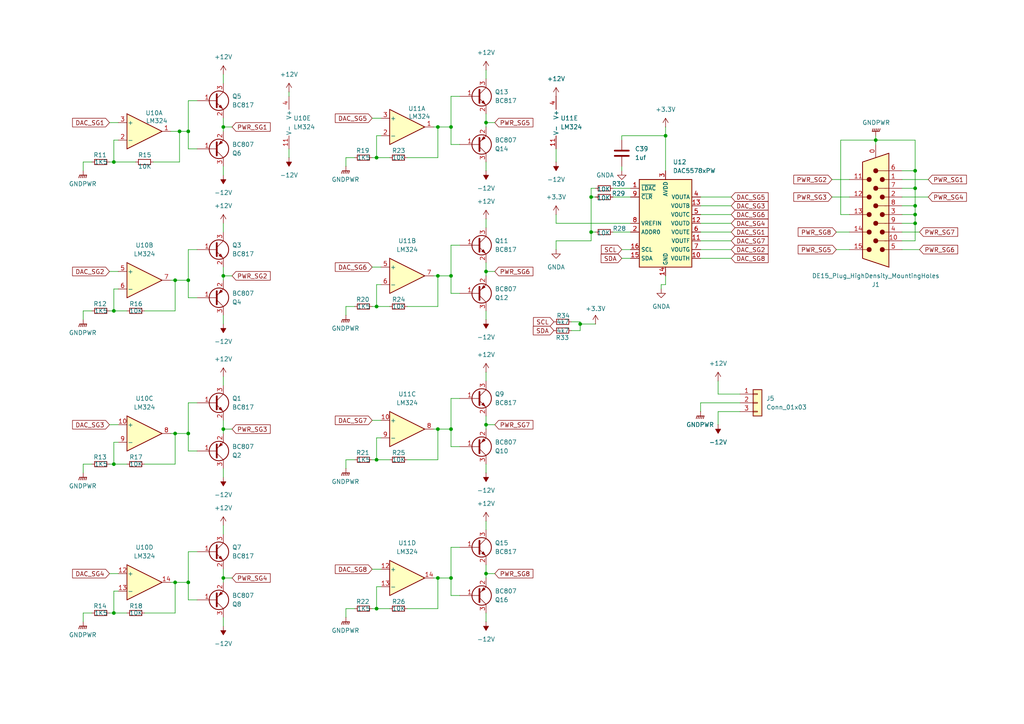
<source format=kicad_sch>
(kicad_sch (version 20231120) (generator "eeschema") (generator_version "8.0")
  (paper "A4")
  (lib_symbols
    (symbol "Amplifier_Operational:LM324" (pin_names (offset 0.127))
      (property "Reference" "U" (at 0 5.08 0))
      (property "Value" "LM324" (at 0 -5.08 0))
      (symbol "LM324_1_1"
        (pin output line (at 7.62 0 180) (length 2.54) (name "~") (number "1"))
        (pin input line (at -7.62 -2.54 0) (length 2.54) (name "-") (number "2"))
        (pin input line (at -7.62 2.54 0) (length 2.54) (name "+") (number "3"))
      )
      (symbol "LM324_2_1"
        (pin input line (at -7.62 2.54 0) (length 2.54) (name "+") (number "5"))
        (pin input line (at -7.62 -2.54 0) (length 2.54) (name "-") (number "6"))
        (pin output line (at 7.62 0 180) (length 2.54) (name "~") (number "7"))
      )
      (symbol "LM324_3_1"
        (pin input line (at -7.62 2.54 0) (length 2.54) (name "+") (number "10"))
        (pin output line (at 7.62 0 180) (length 2.54) (name "~") (number "8"))
        (pin input line (at -7.62 -2.54 0) (length 2.54) (name "-") (number "9"))
      )
      (symbol "LM324_4_1"
        (pin input line (at -7.62 2.54 0) (length 2.54) (name "+") (number "12"))
        (pin input line (at -7.62 -2.54 0) (length 2.54) (name "-") (number "13"))
        (pin output line (at 7.62 0 180) (length 2.54) (name "~") (number "14"))
      )
      (symbol "LM324_5_1"
        (pin power_in line (at -2.54 -7.62 90) (length 3.81) (name "V-") (number "11"))
        (pin power_in line (at -2.54 7.62 270) (length 3.81) (name "V+") (number "4"))
      )
    )
    (symbol "Analog_DAC:DAC5578xPW"
      (property "Reference" "U" (at -7.62 13.97 0))
      (property "Value" "DAC5578xPW" (at 7.62 13.97 0))
      (symbol "DAC5578xPW_1_1"
        (pin input line (at -10.16 10.16 0) (length 2.54) (name "~{LDAC}") (number "1"))
        (pin output line (at 10.16 -10.16 180) (length 2.54) (name "VOUTH") (number "10"))
        (pin output line (at 10.16 -5.08 180) (length 2.54) (name "VOUTF") (number "11"))
        (pin output line (at 10.16 0 180) (length 2.54) (name "VOUTD") (number "12"))
        (pin output line (at 10.16 5.08 180) (length 2.54) (name "VOUTB") (number "13"))
        (pin power_in line (at 0 -15.24 90) (length 2.54) (name "GND") (number "14"))
        (pin bidirectional line (at -10.16 -10.16 0) (length 2.54) (name "SDA") (number "15"))
        (pin input line (at -10.16 -7.62 0) (length 2.54) (name "SCL") (number "16"))
        (pin input line (at -10.16 -2.54 0) (length 2.54) (name "ADDR0") (number "2"))
        (pin power_in line (at 0 15.24 270) (length 2.54) (name "AVDD") (number "3"))
        (pin output line (at 10.16 7.62 180) (length 2.54) (name "VOUTA") (number "4"))
        (pin output line (at 10.16 2.54 180) (length 2.54) (name "VOUTC") (number "5"))
        (pin output line (at 10.16 -2.54 180) (length 2.54) (name "VOUTE") (number "6"))
        (pin output line (at 10.16 -7.62 180) (length 2.54) (name "VOUTG") (number "7"))
        (pin input line (at -10.16 0 0) (length 2.54) (name "VREFIN") (number "8"))
        (pin input line (at -10.16 7.62 0) (length 2.54) (name "~{CLR}") (number "9"))
      )
    )
    (symbol "Connector:DE15_Plug_HighDensity_MountingHoles" (pin_names (offset 1.016) hide)
      (property "Reference" "J" (at 0 21.59 0))
      (property "Value" "DE15_Plug_HighDensity_MountingHoles" (at 0 19.05 0))
      (symbol "DE15_Plug_HighDensity_MountingHoles_1_1"
        (pin passive line (at 0 -17.78 90) (length 3.81) (name "~") (number "0"))
        (pin passive line (at -7.62 -7.62 0) (length 5.08) (name "~") (number "1"))
        (pin passive line (at -7.62 10.16 0) (length 5.08) (name "~") (number "10"))
        (pin passive line (at 7.62 -7.62 180) (length 5.08) (name "~") (number "11"))
        (pin passive line (at 7.62 -2.54 180) (length 5.08) (name "~") (number "12"))
        (pin passive line (at 7.62 2.54 180) (length 5.08) (name "~") (number "13"))
        (pin passive line (at 7.62 7.62 180) (length 5.08) (name "~") (number "14"))
        (pin passive line (at 7.62 12.7 180) (length 5.08) (name "~") (number "15"))
        (pin passive line (at -7.62 -2.54 0) (length 5.08) (name "~") (number "2"))
        (pin passive line (at -7.62 2.54 0) (length 5.08) (name "~") (number "3"))
        (pin passive line (at -7.62 7.62 0) (length 5.08) (name "~") (number "4"))
        (pin passive line (at -7.62 12.7 0) (length 5.08) (name "~") (number "5"))
        (pin passive line (at -7.62 -10.16 0) (length 5.08) (name "~") (number "6"))
        (pin passive line (at -7.62 -5.08 0) (length 5.08) (name "~") (number "7"))
        (pin passive line (at -7.62 0 0) (length 5.08) (name "~") (number "8"))
        (pin passive line (at -7.62 5.08 0) (length 5.08) (name "~") (number "9"))
      )
    )
    (symbol "Connector_Generic:Conn_01x03" (pin_names (offset 1.016) hide)
      (property "Reference" "J" (at 0 5.08 0))
      (property "Value" "Conn_01x03" (at 0 -5.08 0))
      (symbol "Conn_01x03_1_1"
        (pin passive line (at -5.08 2.54 0) (length 3.81) (name "Pin_1") (number "1"))
        (pin passive line (at -5.08 0 0) (length 3.81) (name "Pin_2") (number "2"))
        (pin passive line (at -5.08 -2.54 0) (length 3.81) (name "Pin_3") (number "3"))
      )
    )
    (symbol "Device:C" (pin_numbers hide) (pin_names (offset 0.254))
      (property "Reference" "C" (at 0.635 2.54 0))
      (property "Value" "C" (at 0.635 -2.54 0))
      (symbol "C_1_1"
        (pin passive line (at 0 3.81 270) (length 2.794) (name "~") (number "1"))
        (pin passive line (at 0 -3.81 90) (length 2.794) (name "~") (number "2"))
      )
    )
    (symbol "Device:R_Small" (pin_numbers hide) (pin_names (offset 0.254) hide)
      (property "Reference" "R" (at 0.762 0.508 0))
      (property "Value" "R_Small" (at 0.762 -1.016 0))
      (symbol "R_Small_1_1"
        (pin passive line (at 0 2.54 270) (length 0.762) (name "~") (number "1"))
        (pin passive line (at 0 -2.54 90) (length 0.762) (name "~") (number "2"))
      )
    )
    (symbol "Transistor_BJT:BC807" (pin_names (offset 0) hide)
      (property "Reference" "Q" (at 5.08 1.905 0))
      (property "Value" "BC807" (at 5.08 0 0))
      (symbol "BC807_1_1"
        (pin input line (at -5.08 0 0) (length 5.715) (name "B") (number "1"))
        (pin passive line (at 2.54 -5.08 90) (length 2.54) (name "E") (number "2"))
        (pin passive line (at 2.54 5.08 270) (length 2.54) (name "C") (number "3"))
      )
    )
    (symbol "Transistor_BJT:BC817" (pin_names (offset 0) hide)
      (property "Reference" "Q" (at 5.08 1.905 0))
      (property "Value" "BC817" (at 5.08 0 0))
      (symbol "BC817_1_1"
        (pin input line (at -5.08 0 0) (length 5.715) (name "B") (number "1"))
        (pin passive line (at 2.54 -5.08 90) (length 2.54) (name "E") (number "2"))
        (pin passive line (at 2.54 5.08 270) (length 2.54) (name "C") (number "3"))
      )
    )
    (symbol "power:+12V" (power) (pin_numbers hide) (pin_names (offset 0) hide)
      (property "Value" "+12V" (at 0 3.556 0))
      (symbol "+12V_1_1"
        (pin power_in line (at 0 0 90) (length 0) (name "~") (number "1"))
      )
    )
    (symbol "power:+3.3V" (power) (pin_numbers hide) (pin_names (offset 0) hide)
      (property "Value" "+3.3V" (at 0 3.556 0))
      (symbol "+3.3V_1_1"
        (pin power_in line (at 0 0 90) (length 0) (name "~") (number "1"))
      )
    )
    (symbol "power:-12V" (power) (pin_numbers hide) (pin_names (offset 0) hide)
      (property "Value" "-12V" (at 0 3.556 0))
      (symbol "-12V_0_0"
        (pin power_in line (at 0 0 90) (length 0) (name "~") (number "1"))
      )
    )
    (symbol "power:GNDA" (power) (pin_numbers hide) (pin_names (offset 0) hide)
      (property "Value" "GNDA" (at 0 -3.81 0))
      (symbol "GNDA_1_1"
        (pin power_in line (at 0 0 270) (length 0) (name "~") (number "1"))
      )
    )
    (symbol "power:GNDPWR" (power) (pin_numbers hide) (pin_names (offset 0) hide)
      (property "Value" "GNDPWR" (at 0 -3.302 0))
      (symbol "GNDPWR_1_1"
        (pin power_in line (at 0 0 270) (length 0) (name "~") (number "1"))
      )
    )
  )
  (junction (at 54.61 38.1))
  (junction (at 140.97 166.37))
  (junction (at 140.97 78.74))
  (junction (at 33.02 134.62))
  (junction (at 64.77 167.64))
  (junction (at 265.43 64.77))
  (junction (at 130.81 124.46))
  (junction (at 265.43 62.23))
  (junction (at 64.77 80.01))
  (junction (at 265.43 49.53))
  (junction (at 54.61 168.91))
  (junction (at 50.8 125.73))
  (junction (at 109.22 176.53))
  (junction (at 64.77 124.46))
  (junction (at 109.22 133.35))
  (junction (at 33.02 90.17))
  (junction (at 54.61 125.73))
  (junction (at 50.8 168.91))
  (junction (at 127 80.01))
  (junction (at 193.04 39.37))
  (junction (at 127 36.83))
  (junction (at 130.81 80.01))
  (junction (at 171.45 57.15))
  (junction (at 109.22 45.72))
  (junction (at 254 40.64))
  (junction (at 127 167.64))
  (junction (at 171.45 67.31))
  (junction (at 33.02 177.8))
  (junction (at 33.02 46.99))
  (junction (at 50.8 81.28))
  (junction (at 265.43 59.69))
  (junction (at 140.97 123.19))
  (junction (at 64.77 36.83))
  (junction (at 130.81 167.64))
  (junction (at 130.81 36.83))
  (junction (at 168.275 93.98))
  (junction (at 265.43 54.61))
  (junction (at 109.22 88.9))
  (junction (at 54.61 81.28))
  (junction (at 52.07 38.1))
  (junction (at 140.97 35.56))
  (junction (at 127 124.46))
  (wire (pts (xy 100.33 135.89) (xy 100.33 133.35)))
  (wire (pts (xy 241.3 52.07) (xy 246.38 52.07)))
  (wire (pts (xy 130.81 27.94) (xy 130.81 36.83)))
  (wire (pts (xy 50.8 125.73) (xy 50.8 134.62)))
  (wire (pts (xy 140.97 35.56) (xy 143.51 35.56)))
  (wire (pts (xy 54.61 125.73) (xy 54.61 130.81)))
  (wire (pts (xy 24.13 49.53) (xy 24.13 46.99)))
  (wire (pts (xy 127 167.64) (xy 127 176.53)))
  (wire (pts (xy 24.13 46.99) (xy 26.67 46.99)))
  (wire (pts (xy 50.8 168.91) (xy 50.8 177.8)))
  (wire (pts (xy 265.43 59.69) (xy 265.43 62.23)))
  (wire (pts (xy 44.45 46.99) (xy 52.07 46.99)))
  (wire (pts (xy 109.22 45.72) (xy 113.03 45.72)))
  (wire (pts (xy 140.97 120.65) (xy 140.97 123.19)))
  (wire (pts (xy 140.97 35.56) (xy 140.97 36.83)))
  (wire (pts (xy 24.13 180.34) (xy 24.13 177.8)))
  (wire (pts (xy 64.77 21.59) (xy 64.77 24.13)))
  (wire (pts (xy 107.95 133.35) (xy 109.22 133.35)))
  (wire (pts (xy 177.8 54.61) (xy 182.88 54.61)))
  (wire (pts (xy 57.15 29.21) (xy 54.61 29.21)))
  (wire (pts (xy 31.75 78.74) (xy 34.29 78.74)))
  (wire (pts (xy 109.22 176.53) (xy 113.03 176.53)))
  (wire (pts (xy 54.61 81.28) (xy 54.61 86.36)))
  (wire (pts (xy 265.43 40.64) (xy 254 40.64)))
  (wire (pts (xy 33.02 128.27) (xy 33.02 134.62)))
  (wire (pts (xy 50.8 168.91) (xy 54.61 168.91)))
  (wire (pts (xy 140.97 78.74) (xy 143.51 78.74)))
  (wire (pts (xy 125.73 36.83) (xy 127 36.83)))
  (wire (pts (xy 41.91 177.8) (xy 50.8 177.8)))
  (wire (pts (xy 265.43 49.53) (xy 265.43 40.64)))
  (wire (pts (xy 242.57 72.39) (xy 246.38 72.39)))
  (wire (pts (xy 127 124.46) (xy 130.81 124.46)))
  (wire (pts (xy 254 39.37) (xy 254 40.64)))
  (wire (pts (xy 265.43 54.61) (xy 265.43 59.69)))
  (wire (pts (xy 64.77 34.29) (xy 64.77 36.83)))
  (wire (pts (xy 24.13 92.71) (xy 24.13 90.17)))
  (wire (pts (xy 161.29 43.18) (xy 161.29 46.99)))
  (wire (pts (xy 100.33 176.53) (xy 102.87 176.53)))
  (wire (pts (xy 57.15 160.02) (xy 54.61 160.02)))
  (wire (pts (xy 54.61 43.18) (xy 57.15 43.18)))
  (wire (pts (xy 33.02 171.45) (xy 33.02 177.8)))
  (wire (pts (xy 140.97 123.19) (xy 140.97 124.46)))
  (wire (pts (xy 54.61 86.36) (xy 57.15 86.36)))
  (wire (pts (xy 177.8 67.31) (xy 182.88 67.31)))
  (wire (pts (xy 203.2 64.77) (xy 212.09 64.77)))
  (wire (pts (xy 52.07 38.1) (xy 52.07 46.99)))
  (wire (pts (xy 127 124.46) (xy 127 133.35)))
  (wire (pts (xy 171.45 67.31) (xy 171.45 69.85)))
  (wire (pts (xy 140.97 107.95) (xy 140.97 110.49)))
  (wire (pts (xy 110.49 170.18) (xy 109.22 170.18)))
  (wire (pts (xy 130.81 172.72) (xy 133.35 172.72)))
  (wire (pts (xy 203.2 119.38) (xy 203.2 116.84)))
  (wire (pts (xy 140.97 177.8) (xy 140.97 180.34)))
  (wire (pts (xy 31.75 166.37) (xy 34.29 166.37)))
  (wire (pts (xy 83.82 43.18) (xy 83.82 45.72)))
  (wire (pts (xy 165.735 95.885) (xy 168.275 95.885)))
  (wire (pts (xy 64.77 48.26) (xy 64.77 50.8)))
  (wire (pts (xy 33.02 90.17) (xy 36.83 90.17)))
  (wire (pts (xy 265.43 59.69) (xy 261.62 59.69)))
  (wire (pts (xy 243.84 62.23) (xy 246.38 62.23)))
  (wire (pts (xy 33.02 83.82) (xy 33.02 90.17)))
  (wire (pts (xy 193.04 36.83) (xy 193.04 39.37)))
  (wire (pts (xy 203.2 62.23) (xy 212.09 62.23)))
  (wire (pts (xy 261.62 64.77) (xy 265.43 64.77)))
  (wire (pts (xy 208.28 110.49) (xy 208.28 114.3)))
  (wire (pts (xy 203.2 74.93) (xy 212.09 74.93)))
  (wire (pts (xy 107.95 88.9) (xy 109.22 88.9)))
  (wire (pts (xy 52.07 38.1) (xy 54.61 38.1)))
  (wire (pts (xy 64.77 36.83) (xy 67.31 36.83)))
  (wire (pts (xy 64.77 124.46) (xy 64.77 125.73)))
  (wire (pts (xy 130.81 71.12) (xy 130.81 80.01)))
  (wire (pts (xy 34.29 83.82) (xy 33.02 83.82)))
  (wire (pts (xy 208.28 114.3) (xy 214.63 114.3)))
  (wire (pts (xy 50.8 125.73) (xy 54.61 125.73)))
  (wire (pts (xy 265.43 69.85) (xy 261.62 69.85)))
  (wire (pts (xy 180.34 39.37) (xy 193.04 39.37)))
  (wire (pts (xy 54.61 173.99) (xy 57.15 173.99)))
  (wire (pts (xy 64.77 165.1) (xy 64.77 167.64)))
  (wire (pts (xy 107.95 165.1) (xy 110.49 165.1)))
  (wire (pts (xy 193.04 39.37) (xy 193.04 49.53)))
  (wire (pts (xy 127 167.64) (xy 130.81 167.64)))
  (wire (pts (xy 243.84 40.64) (xy 243.84 62.23)))
  (wire (pts (xy 130.81 41.91) (xy 133.35 41.91)))
  (wire (pts (xy 107.95 45.72) (xy 109.22 45.72)))
  (wire (pts (xy 261.62 49.53) (xy 265.43 49.53)))
  (wire (pts (xy 180.34 39.37) (xy 180.34 40.64)))
  (wire (pts (xy 172.72 54.61) (xy 171.45 54.61)))
  (wire (pts (xy 31.75 46.99) (xy 33.02 46.99)))
  (wire (pts (xy 109.22 88.9) (xy 113.03 88.9)))
  (wire (pts (xy 118.11 176.53) (xy 127 176.53)))
  (wire (pts (xy 241.3 57.15) (xy 246.38 57.15)))
  (wire (pts (xy 109.22 170.18) (xy 109.22 176.53)))
  (wire (pts (xy 208.28 119.38) (xy 214.63 119.38)))
  (wire (pts (xy 168.275 93.98) (xy 168.275 93.345)))
  (wire (pts (xy 49.53 81.28) (xy 50.8 81.28)))
  (wire (pts (xy 54.61 160.02) (xy 54.61 168.91)))
  (wire (pts (xy 54.61 38.1) (xy 54.61 43.18)))
  (wire (pts (xy 50.8 81.28) (xy 50.8 90.17)))
  (wire (pts (xy 127 80.01) (xy 130.81 80.01)))
  (wire (pts (xy 130.81 36.83) (xy 130.81 41.91)))
  (wire (pts (xy 41.91 134.62) (xy 50.8 134.62)))
  (wire (pts (xy 33.02 46.99) (xy 39.37 46.99)))
  (wire (pts (xy 57.15 72.39) (xy 54.61 72.39)))
  (wire (pts (xy 24.13 90.17) (xy 26.67 90.17)))
  (wire (pts (xy 100.33 88.9) (xy 102.87 88.9)))
  (wire (pts (xy 64.77 80.01) (xy 67.31 80.01)))
  (wire (pts (xy 127 80.01) (xy 127 88.9)))
  (wire (pts (xy 31.75 35.56) (xy 34.29 35.56)))
  (wire (pts (xy 193.04 80.01) (xy 193.04 82.55)))
  (wire (pts (xy 243.84 40.64) (xy 254 40.64)))
  (wire (pts (xy 130.81 80.01) (xy 130.81 85.09)))
  (wire (pts (xy 64.77 152.4) (xy 64.77 154.94)))
  (wire (pts (xy 203.2 59.69) (xy 212.09 59.69)))
  (wire (pts (xy 125.73 124.46) (xy 127 124.46)))
  (wire (pts (xy 33.02 40.64) (xy 33.02 46.99)))
  (wire (pts (xy 161.29 64.77) (xy 161.29 62.23)))
  (wire (pts (xy 100.33 133.35) (xy 102.87 133.35)))
  (wire (pts (xy 118.11 88.9) (xy 127 88.9)))
  (wire (pts (xy 127 36.83) (xy 130.81 36.83)))
  (wire (pts (xy 261.62 54.61) (xy 265.43 54.61)))
  (wire (pts (xy 140.97 90.17) (xy 140.97 92.71)))
  (wire (pts (xy 64.77 36.83) (xy 64.77 38.1)))
  (wire (pts (xy 261.62 52.07) (xy 269.24 52.07)))
  (wire (pts (xy 100.33 48.26) (xy 100.33 45.72)))
  (wire (pts (xy 33.02 177.8) (xy 36.83 177.8)))
  (wire (pts (xy 133.35 71.12) (xy 130.81 71.12)))
  (wire (pts (xy 203.2 69.85) (xy 212.09 69.85)))
  (wire (pts (xy 265.43 62.23) (xy 265.43 64.77)))
  (wire (pts (xy 31.75 90.17) (xy 33.02 90.17)))
  (wire (pts (xy 130.81 115.57) (xy 130.81 124.46)))
  (wire (pts (xy 140.97 163.83) (xy 140.97 166.37)))
  (wire (pts (xy 64.77 124.46) (xy 67.31 124.46)))
  (wire (pts (xy 130.81 129.54) (xy 133.35 129.54)))
  (wire (pts (xy 191.77 82.55) (xy 191.77 83.82)))
  (wire (pts (xy 24.13 177.8) (xy 26.67 177.8)))
  (wire (pts (xy 180.34 72.39) (xy 182.88 72.39)))
  (wire (pts (xy 64.77 109.22) (xy 64.77 111.76)))
  (wire (pts (xy 265.43 49.53) (xy 265.43 54.61)))
  (wire (pts (xy 110.49 82.55) (xy 109.22 82.55)))
  (wire (pts (xy 177.8 57.15) (xy 182.88 57.15)))
  (wire (pts (xy 54.61 116.84) (xy 54.61 125.73)))
  (wire (pts (xy 31.75 134.62) (xy 33.02 134.62)))
  (wire (pts (xy 191.77 82.55) (xy 193.04 82.55)))
  (wire (pts (xy 100.33 179.07) (xy 100.33 176.53)))
  (wire (pts (xy 140.97 46.99) (xy 140.97 49.53)))
  (wire (pts (xy 203.2 116.84) (xy 214.63 116.84)))
  (wire (pts (xy 64.77 167.64) (xy 64.77 168.91)))
  (wire (pts (xy 64.77 77.47) (xy 64.77 80.01)))
  (wire (pts (xy 125.73 167.64) (xy 127 167.64)))
  (wire (pts (xy 140.97 134.62) (xy 140.97 137.16)))
  (wire (pts (xy 54.61 130.81) (xy 57.15 130.81)))
  (wire (pts (xy 64.77 80.01) (xy 64.77 81.28)))
  (wire (pts (xy 140.97 20.32) (xy 140.97 22.86)))
  (wire (pts (xy 125.73 80.01) (xy 127 80.01)))
  (wire (pts (xy 54.61 29.21) (xy 54.61 38.1)))
  (wire (pts (xy 107.95 77.47) (xy 110.49 77.47)))
  (wire (pts (xy 83.82 26.67) (xy 83.82 27.94)))
  (wire (pts (xy 54.61 168.91) (xy 54.61 173.99)))
  (wire (pts (xy 180.34 48.26) (xy 180.34 49.53)))
  (wire (pts (xy 140.97 63.5) (xy 140.97 66.04)))
  (wire (pts (xy 140.97 151.13) (xy 140.97 153.67)))
  (wire (pts (xy 180.34 74.93) (xy 182.88 74.93)))
  (wire (pts (xy 109.22 82.55) (xy 109.22 88.9)))
  (wire (pts (xy 109.22 127) (xy 109.22 133.35)))
  (wire (pts (xy 130.81 85.09) (xy 133.35 85.09)))
  (wire (pts (xy 31.75 177.8) (xy 33.02 177.8)))
  (wire (pts (xy 168.275 93.98) (xy 168.275 95.885)))
  (wire (pts (xy 57.15 116.84) (xy 54.61 116.84)))
  (wire (pts (xy 242.57 67.31) (xy 246.38 67.31)))
  (wire (pts (xy 34.29 40.64) (xy 33.02 40.64)))
  (wire (pts (xy 24.13 134.62) (xy 26.67 134.62)))
  (wire (pts (xy 100.33 91.44) (xy 100.33 88.9)))
  (wire (pts (xy 107.95 176.53) (xy 109.22 176.53)))
  (wire (pts (xy 109.22 39.37) (xy 109.22 45.72)))
  (wire (pts (xy 64.77 167.64) (xy 67.31 167.64)))
  (wire (pts (xy 261.62 72.39) (xy 266.7 72.39)))
  (wire (pts (xy 168.275 93.98) (xy 172.72 93.98)))
  (wire (pts (xy 34.29 128.27) (xy 33.02 128.27)))
  (wire (pts (xy 49.53 125.73) (xy 50.8 125.73)))
  (wire (pts (xy 49.53 38.1) (xy 52.07 38.1)))
  (wire (pts (xy 130.81 158.75) (xy 130.81 167.64)))
  (wire (pts (xy 182.88 64.77) (xy 161.29 64.77)))
  (wire (pts (xy 261.62 57.15) (xy 269.24 57.15)))
  (wire (pts (xy 140.97 123.19) (xy 143.51 123.19)))
  (wire (pts (xy 203.2 72.39) (xy 212.09 72.39)))
  (wire (pts (xy 34.29 171.45) (xy 33.02 171.45)))
  (wire (pts (xy 64.77 91.44) (xy 64.77 93.98)))
  (wire (pts (xy 165.735 93.345) (xy 168.275 93.345)))
  (wire (pts (xy 31.75 123.19) (xy 34.29 123.19)))
  (wire (pts (xy 118.11 45.72) (xy 127 45.72)))
  (wire (pts (xy 140.97 78.74) (xy 140.97 80.01)))
  (wire (pts (xy 208.28 123.19) (xy 208.28 119.38)))
  (wire (pts (xy 133.35 158.75) (xy 130.81 158.75)))
  (wire (pts (xy 110.49 39.37) (xy 109.22 39.37)))
  (wire (pts (xy 133.35 27.94) (xy 130.81 27.94)))
  (wire (pts (xy 50.8 81.28) (xy 54.61 81.28)))
  (wire (pts (xy 140.97 166.37) (xy 140.97 167.64)))
  (wire (pts (xy 64.77 64.77) (xy 64.77 67.31)))
  (wire (pts (xy 24.13 137.16) (xy 24.13 134.62)))
  (wire (pts (xy 171.45 67.31) (xy 172.72 67.31)))
  (wire (pts (xy 140.97 76.2) (xy 140.97 78.74)))
  (wire (pts (xy 261.62 67.31) (xy 266.7 67.31)))
  (wire (pts (xy 64.77 135.89) (xy 64.77 138.43)))
  (wire (pts (xy 203.2 57.15) (xy 212.09 57.15)))
  (wire (pts (xy 140.97 33.02) (xy 140.97 35.56)))
  (wire (pts (xy 265.43 64.77) (xy 265.43 69.85)))
  (wire (pts (xy 171.45 54.61) (xy 171.45 57.15)))
  (wire (pts (xy 54.61 72.39) (xy 54.61 81.28)))
  (wire (pts (xy 107.95 34.29) (xy 110.49 34.29)))
  (wire (pts (xy 133.35 115.57) (xy 130.81 115.57)))
  (wire (pts (xy 161.29 69.85) (xy 161.29 72.39)))
  (wire (pts (xy 64.77 121.92) (xy 64.77 124.46)))
  (wire (pts (xy 100.33 45.72) (xy 102.87 45.72)))
  (wire (pts (xy 171.45 57.15) (xy 171.45 67.31)))
  (wire (pts (xy 140.97 166.37) (xy 143.51 166.37)))
  (wire (pts (xy 127 36.83) (xy 127 45.72)))
  (wire (pts (xy 203.2 67.31) (xy 212.09 67.31)))
  (wire (pts (xy 254 41.91) (xy 254 40.64)))
  (wire (pts (xy 161.29 69.85) (xy 171.45 69.85)))
  (wire (pts (xy 107.95 121.92) (xy 110.49 121.92)))
  (wire (pts (xy 130.81 124.46) (xy 130.81 129.54)))
  (wire (pts (xy 41.91 90.17) (xy 50.8 90.17)))
  (wire (pts (xy 172.72 57.15) (xy 171.45 57.15)))
  (wire (pts (xy 33.02 134.62) (xy 36.83 134.62)))
  (wire (pts (xy 110.49 127) (xy 109.22 127)))
  (wire (pts (xy 49.53 168.91) (xy 50.8 168.91)))
  (wire (pts (xy 130.81 167.64) (xy 130.81 172.72)))
  (wire (pts (xy 118.11 133.35) (xy 127 133.35)))
  (wire (pts (xy 261.62 62.23) (xy 265.43 62.23)))
  (wire (pts (xy 64.77 179.07) (xy 64.77 181.61)))
  (wire (pts (xy 109.22 133.35) (xy 113.03 133.35)))
  (global_label "PWR_SG3" (shape input) (at 67.31 124.46 0) (property "Intersheetrefs" "${INTERSHEET_REFS}" (effects (hide yes))))
  (global_label "SCL" (shape input) (at 160.655 93.345 180) (property "Intersheetrefs" "${INTERSHEET_REFS}" (effects (hide yes))))
  (global_label "PWR_SG8" (shape input) (at 143.51 166.37 0) (property "Intersheetrefs" "${INTERSHEET_REFS}" (effects (hide yes))))
  (global_label "PWR_SG1" (shape input) (at 269.24 52.07 0) (property "Intersheetrefs" "${INTERSHEET_REFS}" (effects (hide yes))))
  (global_label "PWR_SG4" (shape input) (at 269.24 57.15 0) (property "Intersheetrefs" "${INTERSHEET_REFS}" (effects (hide yes))))
  (global_label "DAC_SG8" (shape input) (at 212.09 74.93 0) (property "Intersheetrefs" "${INTERSHEET_REFS}" (effects (hide yes))))
  (global_label "DAC_SG7" (shape input) (at 212.09 69.85 0) (property "Intersheetrefs" "${INTERSHEET_REFS}" (effects (hide yes))))
  (global_label "PWR_SG5" (shape input) (at 242.57 72.39 180) (property "Intersheetrefs" "${INTERSHEET_REFS}" (effects (hide yes))))
  (global_label "PWR_SG5" (shape input) (at 143.51 35.56 0) (property "Intersheetrefs" "${INTERSHEET_REFS}" (effects (hide yes))))
  (global_label "SCL" (shape input) (at 180.34 72.39 180) (property "Intersheetrefs" "${INTERSHEET_REFS}" (effects (hide yes))))
  (global_label "PWR_SG1" (shape input) (at 67.31 36.83 0) (property "Intersheetrefs" "${INTERSHEET_REFS}" (effects (hide yes))))
  (global_label "PWR_SG4" (shape input) (at 67.31 167.64 0) (property "Intersheetrefs" "${INTERSHEET_REFS}" (effects (hide yes))))
  (global_label "SDA" (shape input) (at 180.34 74.93 180) (property "Intersheetrefs" "${INTERSHEET_REFS}" (effects (hide yes))))
  (global_label "PWR_SG7" (shape input) (at 266.7 67.31 0) (property "Intersheetrefs" "${INTERSHEET_REFS}" (effects (hide yes))))
  (global_label "DAC_SG7" (shape input) (at 107.95 121.92 180) (property "Intersheetrefs" "${INTERSHEET_REFS}" (effects (hide yes))))
  (global_label "PWR_SG6" (shape input) (at 266.7 72.39 0) (property "Intersheetrefs" "${INTERSHEET_REFS}" (effects (hide yes))))
  (global_label "DAC_SG1" (shape input) (at 31.75 35.56 180) (property "Intersheetrefs" "${INTERSHEET_REFS}" (effects (hide yes))))
  (global_label "PWR_SG7" (shape input) (at 143.51 123.19 0) (property "Intersheetrefs" "${INTERSHEET_REFS}" (effects (hide yes))))
  (global_label "DAC_SG3" (shape input) (at 31.75 123.19 180) (property "Intersheetrefs" "${INTERSHEET_REFS}" (effects (hide yes))))
  (global_label "PWR_SG2" (shape input) (at 67.31 80.01 0) (property "Intersheetrefs" "${INTERSHEET_REFS}" (effects (hide yes))))
  (global_label "SDA" (shape input) (at 160.655 95.885 180) (property "Intersheetrefs" "${INTERSHEET_REFS}" (effects (hide yes))))
  (global_label "PWR_SG8" (shape input) (at 242.57 67.31 180) (property "Intersheetrefs" "${INTERSHEET_REFS}" (effects (hide yes))))
  (global_label "DAC_SG4" (shape input) (at 212.09 64.77 0) (property "Intersheetrefs" "${INTERSHEET_REFS}" (effects (hide yes))))
  (global_label "DAC_SG6" (shape input) (at 107.95 77.47 180) (property "Intersheetrefs" "${INTERSHEET_REFS}" (effects (hide yes))))
  (global_label "DAC_SG1" (shape input) (at 212.09 67.31 0) (property "Intersheetrefs" "${INTERSHEET_REFS}" (effects (hide yes))))
  (global_label "DAC_SG8" (shape input) (at 107.95 165.1 180) (property "Intersheetrefs" "${INTERSHEET_REFS}" (effects (hide yes))))
  (global_label "PWR_SG3" (shape input) (at 241.3 57.15 180) (property "Intersheetrefs" "${INTERSHEET_REFS}" (effects (hide yes))))
  (global_label "DAC_SG5" (shape input) (at 107.95 34.29 180) (property "Intersheetrefs" "${INTERSHEET_REFS}" (effects (hide yes))))
  (global_label "DAC_SG6" (shape input) (at 212.09 62.23 0) (property "Intersheetrefs" "${INTERSHEET_REFS}" (effects (hide yes))))
  (global_label "DAC_SG3" (shape input) (at 212.09 59.69 0) (property "Intersheetrefs" "${INTERSHEET_REFS}" (effects (hide yes))))
  (global_label "DAC_SG4" (shape input) (at 31.75 166.37 180) (property "Intersheetrefs" "${INTERSHEET_REFS}" (effects (hide yes))))
  (global_label "DAC_SG2" (shape input) (at 31.75 78.74 180) (property "Intersheetrefs" "${INTERSHEET_REFS}" (effects (hide yes))))
  (global_label "PWR_SG6" (shape input) (at 143.51 78.74 0) (property "Intersheetrefs" "${INTERSHEET_REFS}" (effects (hide yes))))
  (global_label "DAC_SG5" (shape input) (at 212.09 57.15 0) (property "Intersheetrefs" "${INTERSHEET_REFS}" (effects (hide yes))))
  (global_label "DAC_SG2" (shape input) (at 212.09 72.39 0) (property "Intersheetrefs" "${INTERSHEET_REFS}" (effects (hide yes))))
  (global_label "PWR_SG2" (shape input) (at 241.3 52.07 180) (property "Intersheetrefs" "${INTERSHEET_REFS}" (effects (hide yes))))
  (symbol (lib_id "power:+12V") (at 140.97 63.5 0) (unit 1)
    (property "Reference" "#PWR074" (effects (hide yes)))
    (property "Value" "+12V" (at 140.97 58.42 0))
    (property "Description" "Power symbol creates a global label with name \"+12V\"" (effects (hide yes)))
  )
  (symbol (lib_id "power:-12V") (at 140.97 49.53 180) (unit 1)
    (property "Reference" "#PWR073" (effects (hide yes)))
    (property "Value" "-12V" (at 140.97 54.61 0))
    (property "Description" "Power symbol creates a global label with name \"-12V\"" (effects (hide yes)))
  )
  (symbol (lib_id "Transistor_BJT:BC817") (at 62.23 72.39 0) (unit 1)
    (property "Reference" "Q3" (at 67.31 71.1199 0) (effects (justify left)))
    (property "Value" "BC817" (at 67.31 73.6599 0) (effects (justify left)))
    (property "Footprint" "Package_TO_SOT_SMD:SOT-23" (effects (hide yes)))
    (property "Datasheet" "https://www.onsemi.com/pub/Collateral/BC818-D.pdf" (effects (hide yes)))
    (property "Description" "0.8A Ic, 45V Vce, NPN Transistor, SOT-23" (effects (hide yes)))
  )
  (symbol (lib_id "Device:R_Small") (at 39.37 90.17 270) (unit 1)
    (property "Reference" "R16" (at 41.402 88.138 90) (effects (justify right)))
    (property "Value" "10K" (at 41.402 90.17 90) (effects (justify right)))
    (property "Footprint" "Resistor_SMD:R_0402_1005Metric_Pad0.72x0.64mm_HandSolder" (effects (hide yes)))
  )
  (symbol (lib_id "Amplifier_Operational:LM324") (at 118.11 124.46 0) (unit 3)
    (property "Reference" "U11" (at 118.11 114.3 0))
    (property "Value" "LM324" (at 118.11 116.84 0))
    (property "Footprint" "Package_SO:TSSOP-14_4.4x5mm_P0.65mm" (effects (hide yes)))
    (property "Datasheet" "http://www.ti.com/lit/ds/symlink/lm2902-n.pdf" (effects (hide yes)))
    (property "Description" "Low-Power, Quad-Operational Amplifiers, DIP-14/SOIC-14/SSOP-14" (effects (hide yes)))
  )
  (symbol (lib_id "power:-12V") (at 140.97 137.16 180) (unit 1)
    (property "Reference" "#PWR077" (effects (hide yes)))
    (property "Value" "-12V" (at 140.97 142.24 0))
    (property "Description" "Power symbol creates a global label with name \"-12V\"" (effects (hide yes)))
  )
  (symbol (lib_id "Amplifier_Operational:LM324") (at 118.11 167.64 0) (unit 4)
    (property "Reference" "U11" (at 118.11 157.48 0))
    (property "Value" "LM324" (at 118.11 160.02 0))
    (property "Footprint" "Package_SO:TSSOP-14_4.4x5mm_P0.65mm" (effects (hide yes)))
    (property "Datasheet" "http://www.ti.com/lit/ds/symlink/lm2902-n.pdf" (effects (hide yes)))
    (property "Description" "Low-Power, Quad-Operational Amplifiers, DIP-14/SOIC-14/SSOP-14" (effects (hide yes)))
  )
  (symbol (lib_id "Transistor_BJT:BC807") (at 62.23 130.81 0) (mirror x) (unit 1)
    (property "Reference" "Q2" (at 67.31 132.0801 0) (effects (justify left)))
    (property "Value" "BC807" (at 67.31 129.5401 0) (effects (justify left)))
    (property "Footprint" "Package_TO_SOT_SMD:SOT-23" (effects (hide yes)))
    (property "Datasheet" "https://www.onsemi.com/pub/Collateral/BC808-D.pdf" (effects (hide yes)))
    (property "Description" "0.8A Ic, 45V Vce, PNP Transistor, SOT-23" (effects (hide yes)))
  )
  (symbol (lib_id "Amplifier_Operational:LM324") (at 41.91 168.91 0) (unit 4)
    (property "Reference" "U10" (at 41.91 158.75 0))
    (property "Value" "LM324" (at 41.91 161.29 0))
    (property "Footprint" "Package_SO:TSSOP-14_4.4x5mm_P0.65mm" (effects (hide yes)))
    (property "Datasheet" "http://www.ti.com/lit/ds/symlink/lm2902-n.pdf" (effects (hide yes)))
    (property "Description" "Low-Power, Quad-Operational Amplifiers, DIP-14/SOIC-14/SSOP-14" (effects (hide yes)))
  )
  (symbol (lib_id "Device:R_Small") (at 105.41 88.9 270) (unit 1)
    (property "Reference" "R20" (at 107.188 86.868 90) (effects (justify right)))
    (property "Value" "1K5" (at 107.442 88.9 90) (effects (justify right)))
    (property "Footprint" "Resistor_SMD:R_0402_1005Metric_Pad0.72x0.64mm_HandSolder" (effects (hide yes)))
  )
  (symbol (lib_id "Transistor_BJT:BC807") (at 138.43 129.54 0) (mirror x) (unit 1)
    (property "Reference" "Q10" (at 143.51 130.8101 0) (effects (justify left)))
    (property "Value" "BC807" (at 143.51 128.2701 0) (effects (justify left)))
    (property "Footprint" "Package_TO_SOT_SMD:SOT-23" (effects (hide yes)))
    (property "Datasheet" "https://www.onsemi.com/pub/Collateral/BC808-D.pdf" (effects (hide yes)))
    (property "Description" "0.8A Ic, 45V Vce, PNP Transistor, SOT-23" (effects (hide yes)))
  )
  (symbol (lib_id "Transistor_BJT:BC817") (at 62.23 116.84 0) (unit 1)
    (property "Reference" "Q1" (at 67.31 115.5699 0) (effects (justify left)))
    (property "Value" "BC817" (at 67.31 118.1099 0) (effects (justify left)))
    (property "Footprint" "Package_TO_SOT_SMD:SOT-23" (effects (hide yes)))
    (property "Datasheet" "https://www.onsemi.com/pub/Collateral/BC818-D.pdf" (effects (hide yes)))
    (property "Description" "0.8A Ic, 45V Vce, NPN Transistor, SOT-23" (effects (hide yes)))
  )
  (symbol (lib_id "Transistor_BJT:BC807") (at 138.43 85.09 0) (mirror x) (unit 1)
    (property "Reference" "Q12" (at 143.51 86.3601 0) (effects (justify left)))
    (property "Value" "BC807" (at 143.51 83.8201 0) (effects (justify left)))
    (property "Footprint" "Package_TO_SOT_SMD:SOT-23" (effects (hide yes)))
    (property "Datasheet" "https://www.onsemi.com/pub/Collateral/BC808-D.pdf" (effects (hide yes)))
    (property "Description" "0.8A Ic, 45V Vce, PNP Transistor, SOT-23" (effects (hide yes)))
  )
  (symbol (lib_id "Transistor_BJT:BC807") (at 62.23 86.36 0) (mirror x) (unit 1)
    (property "Reference" "Q4" (at 67.31 87.6301 0) (effects (justify left)))
    (property "Value" "BC807" (at 67.31 85.0901 0) (effects (justify left)))
    (property "Footprint" "Package_TO_SOT_SMD:SOT-23" (effects (hide yes)))
    (property "Datasheet" "https://www.onsemi.com/pub/Collateral/BC808-D.pdf" (effects (hide yes)))
    (property "Description" "0.8A Ic, 45V Vce, PNP Transistor, SOT-23" (effects (hide yes)))
  )
  (symbol (lib_id "power:-12V") (at 161.29 46.99 180) (unit 1)
    (property "Reference" "#PWR081" (effects (hide yes)))
    (property "Value" "-12V" (at 161.29 52.07 0))
    (property "Description" "Power symbol creates a global label with name \"-12V\"" (effects (hide yes)))
  )
  (symbol (lib_id "power:-12V") (at 64.77 93.98 180) (unit 1)
    (property "Reference" "#PWR061" (effects (hide yes)))
    (property "Value" "-12V" (at 64.77 99.06 0))
    (property "Description" "Power symbol creates a global label with name \"-12V\"" (effects (hide yes)))
  )
  (symbol (lib_id "Connector_Generic:Conn_01x03") (at 219.71 116.84 0) (unit 1)
    (property "Reference" "J5" (at 222.25 115.5699 0) (effects (justify left)))
    (property "Value" "Conn_01x03" (at 222.25 118.1099 0) (effects (justify left)))
    (property "Footprint" "TerminalBlock_Phoenix:TerminalBlock_Phoenix_MKDS-1,5-3_1x03_P5.00mm_Horizontal" (effects (hide yes)))
    (property "Description" "Generic connector, single row, 01x03, script generated (kicad-library-utils/schlib/autogen/connector/)" (effects (hide yes)))
  )
  (symbol (lib_id "power:GNDA") (at 191.77 83.82 0) (unit 1)
    (property "Reference" "#PWR083" (effects (hide yes)))
    (property "Value" "GNDA" (at 191.77 88.9 0))
    (property "Description" "Power symbol creates a global label with name \"GNDA\" , analog ground" (effects (hide yes)))
  )
  (symbol (lib_id "power:GNDPWR") (at 100.33 179.07 0) (unit 1)
    (property "Reference" "#PWR071" (effects (hide yes)))
    (property "Value" "GNDPWR" (at 100.203 182.88 0))
    (property "Description" "Power symbol creates a global label with name \"GNDPWR\" , global ground" (effects (hide yes)))
  )
  (symbol (lib_id "Amplifier_Operational:LM324") (at 41.91 38.1 0) (unit 1)
    (property "Reference" "U10" (at 44.704 32.766 0))
    (property "Value" "LM324" (at 45.466 35.052 0))
    (property "Footprint" "Package_SO:TSSOP-14_4.4x5mm_P0.65mm" (effects (hide yes)))
    (property "Datasheet" "http://www.ti.com/lit/ds/symlink/lm2902-n.pdf" (effects (hide yes)))
    (property "Description" "Low-Power, Quad-Operational Amplifiers, DIP-14/SOIC-14/SSOP-14" (effects (hide yes)))
  )
  (symbol (lib_id "power:+3.3V") (at 161.29 62.23 0) (unit 1)
    (property "Reference" "#PWR086" (effects (hide yes)))
    (property "Value" "+3.3V" (at 161.29 57.15 0))
    (property "Description" "Power symbol creates a global label with name \"+3.3V\"" (effects (hide yes)))
  )
  (symbol (lib_id "power:+12V") (at 140.97 151.13 0) (unit 1)
    (property "Reference" "#PWR078" (effects (hide yes)))
    (property "Value" "+12V" (at 140.97 146.05 0))
    (property "Description" "Power symbol creates a global label with name \"+12V\"" (effects (hide yes)))
  )
  (symbol (lib_id "power:+12V") (at 161.29 27.94 0) (unit 1)
    (property "Reference" "#PWR080" (effects (hide yes)))
    (property "Value" "+12V" (at 161.29 22.86 0))
    (property "Description" "Power symbol creates a global label with name \"+12V\"" (effects (hide yes)))
  )
  (symbol (lib_id "power:+12V") (at 64.77 152.4 0) (unit 1)
    (property "Reference" "#PWR064" (effects (hide yes)))
    (property "Value" "+12V" (at 64.77 147.32 0))
    (property "Description" "Power symbol creates a global label with name \"+12V\"" (effects (hide yes)))
  )
  (symbol (lib_id "power:GNDPWR") (at 24.13 49.53 0) (unit 1)
    (property "Reference" "#PWR054" (effects (hide yes)))
    (property "Value" "GNDPWR" (at 24.003 53.34 0))
    (property "Description" "Power symbol creates a global label with name \"GNDPWR\" , global ground" (effects (hide yes)))
  )
  (symbol (lib_id "Transistor_BJT:BC807") (at 62.23 173.99 0) (mirror x) (unit 1)
    (property "Reference" "Q8" (at 67.31 175.2601 0) (effects (justify left)))
    (property "Value" "BC807" (at 67.31 172.7201 0) (effects (justify left)))
    (property "Footprint" "Package_TO_SOT_SMD:SOT-23" (effects (hide yes)))
    (property "Datasheet" "https://www.onsemi.com/pub/Collateral/BC808-D.pdf" (effects (hide yes)))
    (property "Description" "0.8A Ic, 45V Vce, PNP Transistor, SOT-23" (effects (hide yes)))
  )
  (symbol (lib_id "Transistor_BJT:BC807") (at 138.43 41.91 0) (mirror x) (unit 1)
    (property "Reference" "Q14" (at 143.51 43.1801 0) (effects (justify left)))
    (property "Value" "BC807" (at 143.51 40.6401 0) (effects (justify left)))
    (property "Footprint" "Package_TO_SOT_SMD:SOT-23" (effects (hide yes)))
    (property "Datasheet" "https://www.onsemi.com/pub/Collateral/BC808-D.pdf" (effects (hide yes)))
    (property "Description" "0.8A Ic, 45V Vce, PNP Transistor, SOT-23" (effects (hide yes)))
  )
  (symbol (lib_id "Device:R_Small") (at 163.195 93.345 90) (unit 1)
    (property "Reference" "R34" (at 161.417 91.567 90) (effects (justify right)))
    (property "Value" "4k7" (at 161.417 93.345 90) (effects (justify right)))
    (property "Footprint" "Resistor_SMD:R_0402_1005Metric_Pad0.72x0.64mm_HandSolder" (effects (hide yes)))
  )
  (symbol (lib_id "power:GNDPWR") (at 203.2 119.38 0) (unit 1)
    (property "Reference" "#PWR090" (effects (hide yes)))
    (property "Value" "GNDPWR" (at 203.073 123.19 0))
    (property "Description" "Power symbol creates a global label with name \"GNDPWR\" , global ground" (effects (hide yes)))
  )
  (symbol (lib_id "Transistor_BJT:BC807") (at 62.23 43.18 0) (mirror x) (unit 1)
    (property "Reference" "Q6" (at 67.31 44.4501 0) (effects (justify left)))
    (property "Value" "BC807" (at 67.31 41.9101 0) (effects (justify left)))
    (property "Footprint" "Package_TO_SOT_SMD:SOT-23" (effects (hide yes)))
    (property "Datasheet" "https://www.onsemi.com/pub/Collateral/BC808-D.pdf" (effects (hide yes)))
    (property "Description" "0.8A Ic, 45V Vce, PNP Transistor, SOT-23" (effects (hide yes)))
  )
  (symbol (lib_id "Device:R_Small") (at 105.41 45.72 270) (unit 1)
    (property "Reference" "R19" (at 107.188 43.688 90) (effects (justify right)))
    (property "Value" "1K5" (at 107.442 45.72 90) (effects (justify right)))
    (property "Footprint" "Resistor_SMD:R_0402_1005Metric_Pad0.72x0.64mm_HandSolder" (effects (hide yes)))
  )
  (symbol (lib_id "Device:R_Small") (at 115.57 45.72 270) (unit 1)
    (property "Reference" "R23" (at 117.602 43.688 90) (effects (justify right)))
    (property "Value" "10K" (at 117.602 45.72 90) (effects (justify right)))
    (property "Footprint" "Resistor_SMD:R_0402_1005Metric_Pad0.72x0.64mm_HandSolder" (effects (hide yes)))
  )
  (symbol (lib_id "power:-12V") (at 140.97 92.71 180) (unit 1)
    (property "Reference" "#PWR075" (effects (hide yes)))
    (property "Value" "-12V" (at 140.97 97.79 0))
    (property "Description" "Power symbol creates a global label with name \"-12V\"" (effects (hide yes)))
  )
  (symbol (lib_id "Device:R_Small") (at 175.26 57.15 270) (unit 1)
    (property "Reference" "R29" (at 181.356 56.134 90) (effects (justify right)))
    (property "Value" "10K" (at 177.038 57.404 90) (effects (justify right)))
    (property "Footprint" "Resistor_SMD:R_0402_1005Metric_Pad0.72x0.64mm_HandSolder" (effects (hide yes)))
  )
  (symbol (lib_id "Device:R_Small") (at 39.37 134.62 270) (unit 1)
    (property "Reference" "R17" (at 41.402 132.588 90) (effects (justify right)))
    (property "Value" "10K" (at 41.402 134.62 90) (effects (justify right)))
    (property "Footprint" "Resistor_SMD:R_0402_1005Metric_Pad0.72x0.64mm_HandSolder" (effects (hide yes)))
  )
  (symbol (lib_id "power:GNDPWR") (at 24.13 92.71 0) (unit 1)
    (property "Reference" "#PWR055" (effects (hide yes)))
    (property "Value" "GNDPWR" (at 24.003 96.52 0))
    (property "Description" "Power symbol creates a global label with name \"GNDPWR\" , global ground" (effects (hide yes)))
  )
  (symbol (lib_id "power:GNDPWR") (at 100.33 135.89 0) (unit 1)
    (property "Reference" "#PWR070" (effects (hide yes)))
    (property "Value" "GNDPWR" (at 100.203 139.7 0))
    (property "Description" "Power symbol creates a global label with name \"GNDPWR\" , global ground" (effects (hide yes)))
  )
  (symbol (lib_id "Device:R_Small") (at 175.26 67.31 270) (unit 1)
    (property "Reference" "R28" (at 181.61 66.294 90) (effects (justify right)))
    (property "Value" "10K" (at 177.038 67.564 90) (effects (justify right)))
    (property "Footprint" "Resistor_SMD:R_0402_1005Metric_Pad0.72x0.64mm_HandSolder" (effects (hide yes)))
  )
  (symbol (lib_id "power:+12V") (at 83.82 26.67 0) (unit 1)
    (property "Reference" "#PWR066" (effects (hide yes)))
    (property "Value" "+12V" (at 83.82 21.59 0))
    (property "Description" "Power symbol creates a global label with name \"+12V\"" (effects (hide yes)))
  )
  (symbol (lib_id "power:-12V") (at 64.77 138.43 180) (unit 1)
    (property "Reference" "#PWR063" (effects (hide yes)))
    (property "Value" "-12V" (at 64.77 143.51 0))
    (property "Description" "Power symbol creates a global label with name \"-12V\"" (effects (hide yes)))
  )
  (symbol (lib_id "Device:R_Small") (at 29.21 134.62 270) (unit 1)
    (property "Reference" "R13" (at 30.988 132.588 90) (effects (justify right)))
    (property "Value" "1K5" (at 31.242 134.62 90) (effects (justify right)))
    (property "Footprint" "Resistor_SMD:R_0402_1005Metric_Pad0.72x0.64mm_HandSolder" (effects (hide yes)))
  )
  (symbol (lib_id "Transistor_BJT:BC817") (at 138.43 115.57 0) (unit 1)
    (property "Reference" "Q9" (at 143.51 114.2999 0) (effects (justify left)))
    (property "Value" "BC817" (at 143.51 116.8399 0) (effects (justify left)))
    (property "Footprint" "Package_TO_SOT_SMD:SOT-23" (effects (hide yes)))
    (property "Datasheet" "https://www.onsemi.com/pub/Collateral/BC818-D.pdf" (effects (hide yes)))
    (property "Description" "0.8A Ic, 45V Vce, NPN Transistor, SOT-23" (effects (hide yes)))
  )
  (symbol (lib_id "power:-12V") (at 140.97 180.34 180) (unit 1)
    (property "Reference" "#PWR079" (effects (hide yes)))
    (property "Value" "-12V" (at 140.97 185.42 0))
    (property "Description" "Power symbol creates a global label with name \"-12V\"" (effects (hide yes)))
  )
  (symbol (lib_id "power:GNDPWR") (at 254 39.37 180) (unit 1)
    (property "Reference" "#PWR082" (effects (hide yes)))
    (property "Value" "GNDPWR" (at 254.127 35.56 0))
    (property "Description" "Power symbol creates a global label with name \"GNDPWR\" , global ground" (effects (hide yes)))
  )
  (symbol (lib_id "power:+3.3V") (at 193.04 36.83 0) (unit 1)
    (property "Reference" "#PWR084" (effects (hide yes)))
    (property "Value" "+3.3V" (at 193.04 31.75 0))
    (property "Description" "Power symbol creates a global label with name \"+3.3V\"" (effects (hide yes)))
  )
  (symbol (lib_id "power:+12V") (at 140.97 107.95 0) (unit 1)
    (property "Reference" "#PWR076" (effects (hide yes)))
    (property "Value" "+12V" (at 140.97 102.87 0))
    (property "Description" "Power symbol creates a global label with name \"+12V\"" (effects (hide yes)))
  )
  (symbol (lib_id "Device:R_Small") (at 29.21 46.99 270) (unit 1)
    (property "Reference" "R11" (at 30.988 44.958 90) (effects (justify right)))
    (property "Value" "1K5" (at 31.242 46.99 90) (effects (justify right)))
    (property "Footprint" "Resistor_SMD:R_0402_1005Metric_Pad0.72x0.64mm_HandSolder" (effects (hide yes)))
  )
  (symbol (lib_id "power:+12V") (at 64.77 21.59 0) (unit 1)
    (property "Reference" "#PWR058" (effects (hide yes)))
    (property "Value" "+12V" (at 64.77 16.51 0))
    (property "Description" "Power symbol creates a global label with name \"+12V\"" (effects (hide yes)))
  )
  (symbol (lib_id "power:GNDA") (at 180.34 49.53 0) (unit 1)
    (property "Reference" "#PWR087" (effects (hide yes)))
    (property "Value" "GNDA" (at 175.514 50.8 0))
    (property "Description" "Power symbol creates a global label with name \"GNDA\" , analog ground" (effects (hide yes)))
  )
  (symbol (lib_id "Analog_DAC:DAC5578xPW") (at 193.04 64.77 0) (unit 1)
    (property "Reference" "U12" (at 195.1468 46.99 0) (effects (justify left)))
    (property "Value" "DAC5578xPW" (at 195.1468 49.53 0) (effects (justify left)))
    (property "Footprint" "Package_SO:TSSOP-16_4.4x5mm_P0.65mm" (effects (hide yes)))
    (property "Datasheet" "http://www.ti.com/lit/ds/symlink/dac5578.pdf" (effects (hide yes)))
    (property "Description" "8-Bit, Octal-Channel, Ultra-Low Glitch, Voltage Output, Two-Wire Interface Digital-to-Analog Converters, TSSOP-16" (effects (hide yes)))
  )
  (symbol (lib_id "Device:R_Small") (at 29.21 177.8 270) (unit 1)
    (property "Reference" "R14" (at 30.988 175.768 90) (effects (justify right)))
    (property "Value" "1K5" (at 31.242 177.8 90) (effects (justify right)))
    (property "Footprint" "Resistor_SMD:R_0402_1005Metric_Pad0.72x0.64mm_HandSolder" (effects (hide yes)))
  )
  (symbol (lib_id "power:GNDPWR") (at 24.13 180.34 0) (unit 1)
    (property "Reference" "#PWR057" (effects (hide yes)))
    (property "Value" "GNDPWR" (at 24.003 184.15 0))
    (property "Description" "Power symbol creates a global label with name \"GNDPWR\" , global ground" (effects (hide yes)))
  )
  (symbol (lib_id "power:+12V") (at 208.28 110.49 0) (unit 1)
    (property "Reference" "#PWR088" (effects (hide yes)))
    (property "Value" "+12V" (at 208.28 105.41 0))
    (property "Description" "Power symbol creates a global label with name \"+12V\"" (effects (hide yes)))
  )
  (symbol (lib_id "power:GNDPWR") (at 24.13 137.16 0) (unit 1)
    (property "Reference" "#PWR056" (effects (hide yes)))
    (property "Value" "GNDPWR" (at 24.003 140.97 0))
    (property "Description" "Power symbol creates a global label with name \"GNDPWR\" , global ground" (effects (hide yes)))
  )
  (symbol (lib_id "power:+12V") (at 64.77 109.22 0) (unit 1)
    (property "Reference" "#PWR062" (effects (hide yes)))
    (property "Value" "+12V" (at 64.77 104.14 0))
    (property "Description" "Power symbol creates a global label with name \"+12V\"" (effects (hide yes)))
  )
  (symbol (lib_id "Transistor_BJT:BC817") (at 138.43 158.75 0) (unit 1)
    (property "Reference" "Q15" (at 143.51 157.4799 0) (effects (justify left)))
    (property "Value" "BC817" (at 143.51 160.0199 0) (effects (justify left)))
    (property "Footprint" "Package_TO_SOT_SMD:SOT-23" (effects (hide yes)))
    (property "Datasheet" "https://www.onsemi.com/pub/Collateral/BC818-D.pdf" (effects (hide yes)))
    (property "Description" "0.8A Ic, 45V Vce, NPN Transistor, SOT-23" (effects (hide yes)))
  )
  (symbol (lib_id "power:-12V") (at 208.28 123.19 180) (unit 1)
    (property "Reference" "#PWR089" (effects (hide yes)))
    (property "Value" "-12V" (at 208.28 128.27 0))
    (property "Description" "Power symbol creates a global label with name \"-12V\"" (effects (hide yes)))
  )
  (symbol (lib_id "Transistor_BJT:BC817") (at 62.23 29.21 0) (unit 1)
    (property "Reference" "Q5" (at 67.31 27.9399 0) (effects (justify left)))
    (property "Value" "BC817" (at 67.31 30.4799 0) (effects (justify left)))
    (property "Footprint" "Package_TO_SOT_SMD:SOT-23" (effects (hide yes)))
    (property "Datasheet" "https://www.onsemi.com/pub/Collateral/BC818-D.pdf" (effects (hide yes)))
    (property "Description" "0.8A Ic, 45V Vce, NPN Transistor, SOT-23" (effects (hide yes)))
  )
  (symbol (lib_id "Amplifier_Operational:LM324") (at 163.83 35.56 0) (unit 5)
    (property "Reference" "U11" (at 162.56 34.2899 0) (effects (justify left)))
    (property "Value" "LM324" (at 162.56 36.8299 0) (effects (justify left)))
    (property "Footprint" "Package_SO:TSSOP-14_4.4x5mm_P0.65mm" (effects (hide yes)))
    (property "Datasheet" "http://www.ti.com/lit/ds/symlink/lm2902-n.pdf" (effects (hide yes)))
    (property "Description" "Low-Power, Quad-Operational Amplifiers, DIP-14/SOIC-14/SSOP-14" (effects (hide yes)))
  )
  (symbol (lib_id "power:-12V") (at 64.77 50.8 180) (unit 1)
    (property "Reference" "#PWR059" (effects (hide yes)))
    (property "Value" "-12V" (at 64.77 55.88 0))
    (property "Description" "Power symbol creates a global label with name \"-12V\"" (effects (hide yes)))
  )
  (symbol (lib_id "power:+12V") (at 64.77 64.77 0) (unit 1)
    (property "Reference" "#PWR060" (effects (hide yes)))
    (property "Value" "+12V" (at 64.77 59.69 0))
    (property "Description" "Power symbol creates a global label with name \"+12V\"" (effects (hide yes)))
  )
  (symbol (lib_id "Device:R_Small") (at 115.57 88.9 270) (unit 1)
    (property "Reference" "R24" (at 117.602 86.868 90) (effects (justify right)))
    (property "Value" "10K" (at 117.602 88.9 90) (effects (justify right)))
    (property "Footprint" "Resistor_SMD:R_0402_1005Metric_Pad0.72x0.64mm_HandSolder" (effects (hide yes)))
  )
  (symbol (lib_id "Device:R_Small") (at 41.91 46.99 270) (unit 1)
    (property "Reference" "R15" (at 43.942 44.958 90) (effects (justify right)))
    (property "Value" "10K" (at 43.942 48.26 90) (effects (justify right)))
    (property "Footprint" "Resistor_SMD:R_0402_1005Metric_Pad0.72x0.64mm_HandSolder" (effects (hide yes)))
  )
  (symbol (lib_id "power:GNDPWR") (at 100.33 91.44 0) (unit 1)
    (property "Reference" "#PWR069" (effects (hide yes)))
    (property "Value" "GNDPWR" (at 100.203 95.25 0))
    (property "Description" "Power symbol creates a global label with name \"GNDPWR\" , global ground" (effects (hide yes)))
  )
  (symbol (lib_id "Device:C") (at 180.34 44.45 0) (unit 1)
    (property "Reference" "C39" (at 184.15 43.1799 0) (effects (justify left)))
    (property "Value" "1uf" (at 184.15 45.7199 0) (effects (justify left)))
    (property "Footprint" "Capacitor_SMD:C_0603_1608Metric_Pad1.08x0.95mm_HandSolder" (effects (hide yes)))
    (property "Description" "Unpolarized capacitor" (effects (hide yes)))
  )
  (symbol (lib_id "Transistor_BJT:BC817") (at 138.43 71.12 0) (unit 1)
    (property "Reference" "Q11" (at 143.51 69.8499 0) (effects (justify left)))
    (property "Value" "BC817" (at 143.51 72.3899 0) (effects (justify left)))
    (property "Footprint" "Package_TO_SOT_SMD:SOT-23" (effects (hide yes)))
    (property "Datasheet" "https://www.onsemi.com/pub/Collateral/BC818-D.pdf" (effects (hide yes)))
    (property "Description" "0.8A Ic, 45V Vce, NPN Transistor, SOT-23" (effects (hide yes)))
  )
  (symbol (lib_id "Amplifier_Operational:LM324") (at 118.11 36.83 0) (unit 1)
    (property "Reference" "U11" (at 120.904 31.496 0))
    (property "Value" "LM324" (at 121.666 33.782 0))
    (property "Footprint" "Package_SO:TSSOP-14_4.4x5mm_P0.65mm" (effects (hide yes)))
    (property "Datasheet" "http://www.ti.com/lit/ds/symlink/lm2902-n.pdf" (effects (hide yes)))
    (property "Description" "Low-Power, Quad-Operational Amplifiers, DIP-14/SOIC-14/SSOP-14" (effects (hide yes)))
  )
  (symbol (lib_id "Device:R_Small") (at 175.26 54.61 270) (unit 1)
    (property "Reference" "R30" (at 181.356 53.34 90) (effects (justify right)))
    (property "Value" "10K" (at 177.038 54.864 90) (effects (justify right)))
    (property "Footprint" "Resistor_SMD:R_0402_1005Metric_Pad0.72x0.64mm_HandSolder" (effects (hide yes)))
  )
  (symbol (lib_id "power:+3.3V") (at 172.72 93.98 0) (unit 1)
    (property "Reference" "#PWR091" (effects (hide yes)))
    (property "Value" "+3.3V" (at 172.72 89.535 0))
    (property "Description" "Power symbol creates a global label with name \"+3.3V\"" (effects (hide yes)))
  )
  (symbol (lib_id "Transistor_BJT:BC817") (at 62.23 160.02 0) (unit 1)
    (property "Reference" "Q7" (at 67.31 158.7499 0) (effects (justify left)))
    (property "Value" "BC817" (at 67.31 161.2899 0) (effects (justify left)))
    (property "Footprint" "Package_TO_SOT_SMD:SOT-23" (effects (hide yes)))
    (property "Datasheet" "https://www.onsemi.com/pub/Collateral/BC818-D.pdf" (effects (hide yes)))
    (property "Description" "0.8A Ic, 45V Vce, NPN Transistor, SOT-23" (effects (hide yes)))
  )
  (symbol (lib_id "power:-12V") (at 83.82 45.72 180) (unit 1)
    (property "Reference" "#PWR067" (effects (hide yes)))
    (property "Value" "-12V" (at 83.82 50.8 0))
    (property "Description" "Power symbol creates a global label with name \"-12V\"" (effects (hide yes)))
  )
  (symbol (lib_id "Amplifier_Operational:LM324") (at 118.11 80.01 0) (unit 2)
    (property "Reference" "U11" (at 118.11 69.85 0))
    (property "Value" "LM324" (at 118.11 72.39 0))
    (property "Footprint" "Package_SO:TSSOP-14_4.4x5mm_P0.65mm" (effects (hide yes)))
    (property "Datasheet" "http://www.ti.com/lit/ds/symlink/lm2902-n.pdf" (effects (hide yes)))
    (property "Description" "Low-Power, Quad-Operational Amplifiers, DIP-14/SOIC-14/SSOP-14" (effects (hide yes)))
  )
  (symbol (lib_id "Device:R_Small") (at 29.21 90.17 270) (unit 1)
    (property "Reference" "R12" (at 30.988 88.138 90) (effects (justify right)))
    (property "Value" "1K5" (at 31.242 90.17 90) (effects (justify right)))
    (property "Footprint" "Resistor_SMD:R_0402_1005Metric_Pad0.72x0.64mm_HandSolder" (effects (hide yes)))
  )
  (symbol (lib_id "Device:R_Small") (at 115.57 176.53 270) (unit 1)
    (property "Reference" "R26" (at 117.602 174.498 90) (effects (justify right)))
    (property "Value" "10K" (at 117.602 176.53 90) (effects (justify right)))
    (property "Footprint" "Resistor_SMD:R_0402_1005Metric_Pad0.72x0.64mm_HandSolder" (effects (hide yes)))
  )
  (symbol (lib_id "Device:R_Small") (at 105.41 176.53 270) (unit 1)
    (property "Reference" "R22" (at 107.188 174.498 90) (effects (justify right)))
    (property "Value" "1K5" (at 107.442 176.53 90) (effects (justify right)))
    (property "Footprint" "Resistor_SMD:R_0402_1005Metric_Pad0.72x0.64mm_HandSolder" (effects (hide yes)))
  )
  (symbol (lib_id "Device:R_Small") (at 105.41 133.35 270) (unit 1)
    (property "Reference" "R21" (at 107.188 131.318 90) (effects (justify right)))
    (property "Value" "1K5" (at 107.442 133.35 90) (effects (justify right)))
    (property "Footprint" "Resistor_SMD:R_0402_1005Metric_Pad0.72x0.64mm_HandSolder" (effects (hide yes)))
  )
  (symbol (lib_id "Device:R_Small") (at 39.37 177.8 270) (unit 1)
    (property "Reference" "R18" (at 41.402 175.768 90) (effects (justify right)))
    (property "Value" "10K" (at 41.402 177.8 90) (effects (justify right)))
    (property "Footprint" "Resistor_SMD:R_0402_1005Metric_Pad0.72x0.64mm_HandSolder" (effects (hide yes)))
  )
  (symbol (lib_id "power:GNDA") (at 161.29 72.39 0) (unit 1)
    (property "Reference" "#PWR085" (effects (hide yes)))
    (property "Value" "GNDA" (at 161.29 77.47 0))
    (property "Description" "Power symbol creates a global label with name \"GNDA\" , analog ground" (effects (hide yes)))
  )
  (symbol (lib_id "power:+12V") (at 140.97 20.32 0) (unit 1)
    (property "Reference" "#PWR072" (effects (hide yes)))
    (property "Value" "+12V" (at 140.97 15.24 0))
    (property "Description" "Power symbol creates a global label with name \"+12V\"" (effects (hide yes)))
  )
  (symbol (lib_id "Transistor_BJT:BC817") (at 138.43 27.94 0) (unit 1)
    (property "Reference" "Q13" (at 143.51 26.6699 0) (effects (justify left)))
    (property "Value" "BC817" (at 143.51 29.2099 0) (effects (justify left)))
    (property "Footprint" "Package_TO_SOT_SMD:SOT-23" (effects (hide yes)))
    (property "Datasheet" "https://www.onsemi.com/pub/Collateral/BC818-D.pdf" (effects (hide yes)))
    (property "Description" "0.8A Ic, 45V Vce, NPN Transistor, SOT-23" (effects (hide yes)))
  )
  (symbol (lib_id "power:GNDPWR") (at 100.33 48.26 0) (unit 1)
    (property "Reference" "#PWR068" (effects (hide yes)))
    (property "Value" "GNDPWR" (at 100.203 52.07 0))
    (property "Description" "Power symbol creates a global label with name \"GNDPWR\" , global ground" (effects (hide yes)))
  )
  (symbol (lib_id "Amplifier_Operational:LM324") (at 41.91 81.28 0) (unit 2)
    (property "Reference" "U10" (at 41.91 71.12 0))
    (property "Value" "LM324" (at 41.91 73.66 0))
    (property "Footprint" "Package_SO:TSSOP-14_4.4x5mm_P0.65mm" (effects (hide yes)))
    (property "Datasheet" "http://www.ti.com/lit/ds/symlink/lm2902-n.pdf" (effects (hide yes)))
    (property "Description" "Low-Power, Quad-Operational Amplifiers, DIP-14/SOIC-14/SSOP-14" (effects (hide yes)))
  )
  (symbol (lib_id "Device:R_Small") (at 163.195 95.885 90) (unit 1)
    (property "Reference" "R33" (at 161.163 97.917 90) (effects (justify right)))
    (property "Value" "4k7" (at 161.417 95.885 90) (effects (justify right)))
    (property "Footprint" "Resistor_SMD:R_0402_1005Metric_Pad0.72x0.64mm_HandSolder" (effects (hide yes)))
  )
  (symbol (lib_id "power:-12V") (at 64.77 181.61 180) (unit 1)
    (property "Reference" "#PWR065" (effects (hide yes)))
    (property "Value" "-12V" (at 64.77 186.69 0))
    (property "Description" "Power symbol creates a global label with name \"-12V\"" (effects (hide yes)))
  )
  (symbol (lib_id "Connector:DE15_Plug_HighDensity_MountingHoles") (at 254 59.69 180) (unit 1)
    (property "Reference" "J1" (at 254 82.55 0))
    (property "Value" "DE15_Plug_HighDensity_MountingHoles" (at 254 80.01 0))
    (property "Footprint" "Connector_Dsub:DSUB-15-HD_Female_Horizontal_P2.29x1.98mm_EdgePinOffset3.03mm_Housed_MountingHolesOffset4.94mm" (effects (hide yes)))
    (property "Datasheet" " ~" (effects (hide yes)))
    (property "Description" "15-pin male plug socket D-SUB connector, High density (3 columns), Triple Row, Generic, VGA-connector, Mounting Hole" (effects (hide yes)))
  )
  (symbol (lib_id "Transistor_BJT:BC807") (at 138.43 172.72 0) (mirror x) (unit 1)
    (property "Reference" "Q16" (at 143.51 173.9901 0) (effects (justify left)))
    (property "Value" "BC807" (at 143.51 171.4501 0) (effects (justify left)))
    (property "Footprint" "Package_TO_SOT_SMD:SOT-23" (effects (hide yes)))
    (property "Datasheet" "https://www.onsemi.com/pub/Collateral/BC808-D.pdf" (effects (hide yes)))
    (property "Description" "0.8A Ic, 45V Vce, PNP Transistor, SOT-23" (effects (hide yes)))
  )
  (symbol (lib_id "Device:R_Small") (at 115.57 133.35 270) (unit 1)
    (property "Reference" "R25" (at 117.602 131.318 90) (effects (justify right)))
    (property "Value" "10K" (at 117.602 133.35 90) (effects (justify right)))
    (property "Footprint" "Resistor_SMD:R_0402_1005Metric_Pad0.72x0.64mm_HandSolder" (effects (hide yes)))
  )
  (symbol (lib_id "Amplifier_Operational:LM324") (at 86.36 35.56 0) (unit 5)
    (property "Reference" "U10" (at 85.09 34.2899 0) (effects (justify left)))
    (property "Value" "LM324" (at 85.09 36.8299 0) (effects (justify left)))
    (property "Footprint" "Package_SO:TSSOP-14_4.4x5mm_P0.65mm" (effects (hide yes)))
    (property "Datasheet" "http://www.ti.com/lit/ds/symlink/lm2902-n.pdf" (effects (hide yes)))
    (property "Description" "Low-Power, Quad-Operational Amplifiers, DIP-14/SOIC-14/SSOP-14" (effects (hide yes)))
  )
  (symbol (lib_id "Amplifier_Operational:LM324") (at 41.91 125.73 0) (unit 3)
    (property "Reference" "U10" (at 41.91 115.57 0))
    (property "Value" "LM324" (at 41.91 118.11 0))
    (property "Footprint" "Package_SO:TSSOP-14_4.4x5mm_P0.65mm" (effects (hide yes)))
    (property "Datasheet" "http://www.ti.com/lit/ds/symlink/lm2902-n.pdf" (effects (hide yes)))
    (property "Description" "Low-Power, Quad-Operational Amplifiers, DIP-14/SOIC-14/SSOP-14" (effects (hide yes)))
  )
)
</source>
